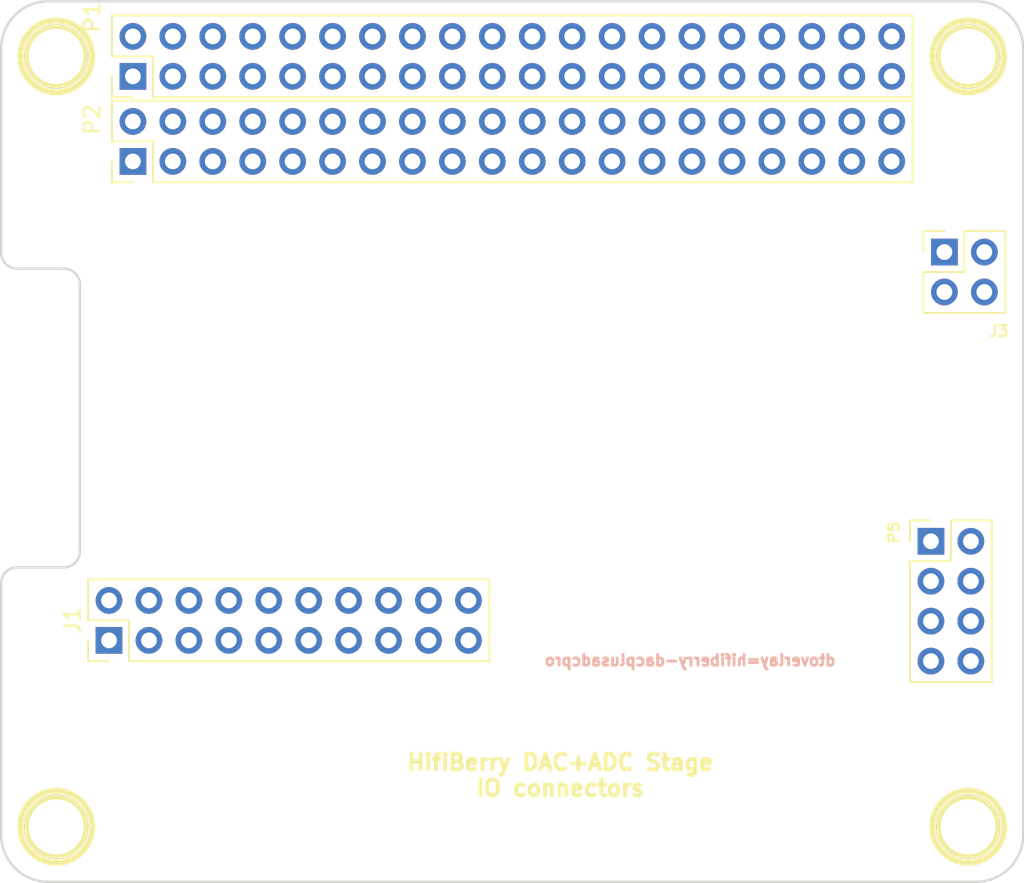
<source format=kicad_pcb>
(kicad_pcb (version 20171130) (host pcbnew "(5.1.5)-3")

  (general
    (thickness 1.6)
    (drawings 26)
    (tracks 0)
    (zones 0)
    (modules 9)
    (nets 32)
  )

  (page A4)
  (layers
    (0 F.Cu signal)
    (31 B.Cu signal)
    (32 B.Adhes user hide)
    (33 F.Adhes user hide)
    (34 B.Paste user hide)
    (35 F.Paste user hide)
    (36 B.SilkS user hide)
    (37 F.SilkS user)
    (38 B.Mask user hide)
    (39 F.Mask user hide)
    (40 Dwgs.User user hide)
    (41 Cmts.User user hide)
    (42 Eco1.User user hide)
    (43 Eco2.User user hide)
    (44 Edge.Cuts user)
    (45 Margin user hide)
    (46 B.CrtYd user)
    (47 F.CrtYd user)
    (48 B.Fab user hide)
    (49 F.Fab user hide)
  )

  (setup
    (last_trace_width 0.1524)
    (user_trace_width 0.1524)
    (user_trace_width 0.25)
    (user_trace_width 0.3048)
    (user_trace_width 0.508)
    (user_trace_width 0.762)
    (trace_clearance 0.1524)
    (zone_clearance 0.3)
    (zone_45_only yes)
    (trace_min 0.1524)
    (via_size 0.889)
    (via_drill 0.635)
    (via_min_size 0.5)
    (via_min_drill 0.3)
    (user_via 0.5 0.3)
    (user_via 0.8 0.5)
    (uvia_size 0.508)
    (uvia_drill 0.127)
    (uvias_allowed no)
    (uvia_min_size 0.508)
    (uvia_min_drill 0.127)
    (edge_width 0.15)
    (segment_width 0.4)
    (pcb_text_width 0.25)
    (pcb_text_size 1 1)
    (mod_edge_width 0.15)
    (mod_text_size 1 1)
    (mod_text_width 0.15)
    (pad_size 1.22 0.65)
    (pad_drill 0)
    (pad_to_mask_clearance 0)
    (solder_mask_min_width 0.25)
    (aux_axis_origin 0 0)
    (visible_elements 7FFFFFFF)
    (pcbplotparams
      (layerselection 0x010fc_ffffffff)
      (usegerberextensions true)
      (usegerberattributes false)
      (usegerberadvancedattributes false)
      (creategerberjobfile false)
      (excludeedgelayer true)
      (linewidth 0.150000)
      (plotframeref false)
      (viasonmask false)
      (mode 1)
      (useauxorigin false)
      (hpglpennumber 1)
      (hpglpenspeed 20)
      (hpglpendiameter 15.000000)
      (psnegative false)
      (psa4output false)
      (plotreference true)
      (plotvalue true)
      (plotinvisibletext false)
      (padsonsilk false)
      (subtractmaskfromsilk false)
      (outputformat 1)
      (mirror false)
      (drillshape 0)
      (scaleselection 1)
      (outputdirectory "gerber-1.0"))
  )

  (net 0 "")
  (net 1 +5V)
  (net 2 GND)
  (net 3 /SDA)
  (net 4 /SCL)
  (net 5 VCOM)
  (net 6 /GPIO15)
  (net 7 /GPIO14)
  (net 8 /GPIO21/PCM_DOUT)
  (net 9 /GPIO20/PCM_DIN)
  (net 10 /GPIO26)
  (net 11 /GPIO16)
  (net 12 /GPIO19/PCM_FS)
  (net 13 /GPIO13)
  (net 14 /GPIO12)
  (net 15 /GPIO6)
  (net 16 /GPIO5)
  (net 17 /ID_SC)
  (net 18 /ID_SD)
  (net 19 /GPIO07/SPI0_CE1_N)
  (net 20 /GPIO08/SPI0_CE0_N)
  (net 21 /GPIO11/SPI0_SCLK)
  (net 22 /GPIO25/SD1_DAT1/ARM_TCK)
  (net 23 /GPIO09/SPI0_MISO)
  (net 24 /GPIO10/SPI0_MOSI)
  (net 25 /GPIO24/SD1_DAT0/ARM_TDO)
  (net 26 /GPIO23/SD1_CMD/ARM_RTCK)
  (net 27 /GPIO22/SD1_CLK/ARM_TRST)
  (net 28 /GPIO27/SD1_DAT3/ARM_TMS)
  (net 29 /GPIO18/PCM_CLK/SPI1_CE0_N/PWM0)
  (net 30 /GPIO17/SPI1_CE1_N)
  (net 31 /GPIO04/GPCLK0/ARM_TDI)

  (net_class Default "This is the default net class."
    (clearance 0.1524)
    (trace_width 0.1524)
    (via_dia 0.889)
    (via_drill 0.635)
    (uvia_dia 0.508)
    (uvia_drill 0.127)
    (add_net +5V)
    (add_net /GPIO04/GPCLK0/ARM_TDI)
    (add_net /GPIO07/SPI0_CE1_N)
    (add_net /GPIO08/SPI0_CE0_N)
    (add_net /GPIO09/SPI0_MISO)
    (add_net /GPIO10/SPI0_MOSI)
    (add_net /GPIO11/SPI0_SCLK)
    (add_net /GPIO12)
    (add_net /GPIO13)
    (add_net /GPIO14)
    (add_net /GPIO15)
    (add_net /GPIO16)
    (add_net /GPIO17/SPI1_CE1_N)
    (add_net /GPIO18/PCM_CLK/SPI1_CE0_N/PWM0)
    (add_net /GPIO19/PCM_FS)
    (add_net /GPIO20/PCM_DIN)
    (add_net /GPIO21/PCM_DOUT)
    (add_net /GPIO22/SD1_CLK/ARM_TRST)
    (add_net /GPIO23/SD1_CMD/ARM_RTCK)
    (add_net /GPIO24/SD1_DAT0/ARM_TDO)
    (add_net /GPIO25/SD1_DAT1/ARM_TCK)
    (add_net /GPIO26)
    (add_net /GPIO27/SD1_DAT3/ARM_TMS)
    (add_net /GPIO5)
    (add_net /GPIO6)
    (add_net /ID_SC)
    (add_net /ID_SD)
    (add_net /SCL)
    (add_net /SDA)
    (add_net GND)
    (add_net VCOM)
  )

  (module Connector_PinHeader_2.54mm:PinHeader_2x10_P2.54mm_Vertical (layer F.Cu) (tedit 59FED5CC) (tstamp 5EA62A9D)
    (at 33.528 57.15 90)
    (descr "Through hole straight pin header, 2x10, 2.54mm pitch, double rows")
    (tags "Through hole pin header THT 2x10 2.54mm double row")
    (path /5EAF5189)
    (fp_text reference J1 (at 1.27 -2.33 90) (layer F.SilkS)
      (effects (font (size 1 1) (thickness 0.15)))
    )
    (fp_text value IO (at 1.27 25.19 90) (layer F.Fab)
      (effects (font (size 1 1) (thickness 0.15)))
    )
    (fp_text user %R (at 1.27 11.43) (layer F.Fab)
      (effects (font (size 1 1) (thickness 0.15)))
    )
    (fp_line (start 4.35 -1.8) (end -1.8 -1.8) (layer F.CrtYd) (width 0.05))
    (fp_line (start 4.35 24.65) (end 4.35 -1.8) (layer F.CrtYd) (width 0.05))
    (fp_line (start -1.8 24.65) (end 4.35 24.65) (layer F.CrtYd) (width 0.05))
    (fp_line (start -1.8 -1.8) (end -1.8 24.65) (layer F.CrtYd) (width 0.05))
    (fp_line (start -1.33 -1.33) (end 0 -1.33) (layer F.SilkS) (width 0.12))
    (fp_line (start -1.33 0) (end -1.33 -1.33) (layer F.SilkS) (width 0.12))
    (fp_line (start 1.27 -1.33) (end 3.87 -1.33) (layer F.SilkS) (width 0.12))
    (fp_line (start 1.27 1.27) (end 1.27 -1.33) (layer F.SilkS) (width 0.12))
    (fp_line (start -1.33 1.27) (end 1.27 1.27) (layer F.SilkS) (width 0.12))
    (fp_line (start 3.87 -1.33) (end 3.87 24.19) (layer F.SilkS) (width 0.12))
    (fp_line (start -1.33 1.27) (end -1.33 24.19) (layer F.SilkS) (width 0.12))
    (fp_line (start -1.33 24.19) (end 3.87 24.19) (layer F.SilkS) (width 0.12))
    (fp_line (start -1.27 0) (end 0 -1.27) (layer F.Fab) (width 0.1))
    (fp_line (start -1.27 24.13) (end -1.27 0) (layer F.Fab) (width 0.1))
    (fp_line (start 3.81 24.13) (end -1.27 24.13) (layer F.Fab) (width 0.1))
    (fp_line (start 3.81 -1.27) (end 3.81 24.13) (layer F.Fab) (width 0.1))
    (fp_line (start 0 -1.27) (end 3.81 -1.27) (layer F.Fab) (width 0.1))
    (pad 20 thru_hole oval (at 2.54 22.86 90) (size 1.7 1.7) (drill 1) (layers *.Cu *.Mask))
    (pad 19 thru_hole oval (at 0 22.86 90) (size 1.7 1.7) (drill 1) (layers *.Cu *.Mask))
    (pad 18 thru_hole oval (at 2.54 20.32 90) (size 1.7 1.7) (drill 1) (layers *.Cu *.Mask))
    (pad 17 thru_hole oval (at 0 20.32 90) (size 1.7 1.7) (drill 1) (layers *.Cu *.Mask))
    (pad 16 thru_hole oval (at 2.54 17.78 90) (size 1.7 1.7) (drill 1) (layers *.Cu *.Mask))
    (pad 15 thru_hole oval (at 0 17.78 90) (size 1.7 1.7) (drill 1) (layers *.Cu *.Mask))
    (pad 14 thru_hole oval (at 2.54 15.24 90) (size 1.7 1.7) (drill 1) (layers *.Cu *.Mask)
      (net 2 GND))
    (pad 13 thru_hole oval (at 0 15.24 90) (size 1.7 1.7) (drill 1) (layers *.Cu *.Mask)
      (net 2 GND))
    (pad 12 thru_hole oval (at 2.54 12.7 90) (size 1.7 1.7) (drill 1) (layers *.Cu *.Mask))
    (pad 11 thru_hole oval (at 0 12.7 90) (size 1.7 1.7) (drill 1) (layers *.Cu *.Mask))
    (pad 10 thru_hole oval (at 2.54 10.16 90) (size 1.7 1.7) (drill 1) (layers *.Cu *.Mask))
    (pad 9 thru_hole oval (at 0 10.16 90) (size 1.7 1.7) (drill 1) (layers *.Cu *.Mask))
    (pad 8 thru_hole oval (at 2.54 7.62 90) (size 1.7 1.7) (drill 1) (layers *.Cu *.Mask)
      (net 2 GND))
    (pad 7 thru_hole oval (at 0 7.62 90) (size 1.7 1.7) (drill 1) (layers *.Cu *.Mask)
      (net 2 GND))
    (pad 6 thru_hole oval (at 2.54 5.08 90) (size 1.7 1.7) (drill 1) (layers *.Cu *.Mask)
      (net 6 /GPIO15))
    (pad 5 thru_hole oval (at 0 5.08 90) (size 1.7 1.7) (drill 1) (layers *.Cu *.Mask)
      (net 7 /GPIO14))
    (pad 4 thru_hole oval (at 2.54 2.54 90) (size 1.7 1.7) (drill 1) (layers *.Cu *.Mask)
      (net 4 /SCL))
    (pad 3 thru_hole oval (at 0 2.54 90) (size 1.7 1.7) (drill 1) (layers *.Cu *.Mask)
      (net 3 /SDA))
    (pad 2 thru_hole oval (at 2.54 0 90) (size 1.7 1.7) (drill 1) (layers *.Cu *.Mask)
      (net 1 +5V))
    (pad 1 thru_hole rect (at 0 0 90) (size 1.7 1.7) (drill 1) (layers *.Cu *.Mask)
      (net 1 +5V))
    (model ${KISYS3DMOD}/Connector_PinHeader_2.54mm.3dshapes/PinHeader_2x10_P2.54mm_Vertical.wrl
      (at (xyz 0 0 0))
      (scale (xyz 1 1 1))
      (rotate (xyz 0 0 0))
    )
  )

  (module Connector_PinHeader_2.54mm:PinHeader_2x20_P2.54mm_Vertical (layer F.Cu) (tedit 59FED5CC) (tstamp 5B3DF567)
    (at 35.04692 21.28012 90)
    (descr "Through hole straight pin header, 2x20, 2.54mm pitch, double rows")
    (tags "Through hole pin header THT 2x20 2.54mm double row")
    (path /5EB4D2BF)
    (fp_text reference P1 (at 3.75412 -2.58572 90) (layer F.SilkS)
      (effects (font (size 1 1) (thickness 0.15)))
    )
    (fp_text value CONN_20X2 (at 1.27 50.59 90) (layer F.Fab)
      (effects (font (size 1 1) (thickness 0.15)))
    )
    (fp_text user %R (at 1.27 24.13) (layer F.Fab)
      (effects (font (size 1 1) (thickness 0.15)))
    )
    (fp_line (start 4.35 -1.8) (end -1.8 -1.8) (layer F.CrtYd) (width 0.05))
    (fp_line (start 4.35 50.05) (end 4.35 -1.8) (layer F.CrtYd) (width 0.05))
    (fp_line (start -1.8 50.05) (end 4.35 50.05) (layer F.CrtYd) (width 0.05))
    (fp_line (start -1.8 -1.8) (end -1.8 50.05) (layer F.CrtYd) (width 0.05))
    (fp_line (start -1.33 -1.33) (end 0 -1.33) (layer F.SilkS) (width 0.12))
    (fp_line (start -1.33 0) (end -1.33 -1.33) (layer F.SilkS) (width 0.12))
    (fp_line (start 1.27 -1.33) (end 3.87 -1.33) (layer F.SilkS) (width 0.12))
    (fp_line (start 1.27 1.27) (end 1.27 -1.33) (layer F.SilkS) (width 0.12))
    (fp_line (start -1.33 1.27) (end 1.27 1.27) (layer F.SilkS) (width 0.12))
    (fp_line (start 3.87 -1.33) (end 3.87 49.59) (layer F.SilkS) (width 0.12))
    (fp_line (start -1.33 1.27) (end -1.33 49.59) (layer F.SilkS) (width 0.12))
    (fp_line (start -1.33 49.59) (end 3.87 49.59) (layer F.SilkS) (width 0.12))
    (fp_line (start -1.27 0) (end 0 -1.27) (layer F.Fab) (width 0.1))
    (fp_line (start -1.27 49.53) (end -1.27 0) (layer F.Fab) (width 0.1))
    (fp_line (start 3.81 49.53) (end -1.27 49.53) (layer F.Fab) (width 0.1))
    (fp_line (start 3.81 -1.27) (end 3.81 49.53) (layer F.Fab) (width 0.1))
    (fp_line (start 0 -1.27) (end 3.81 -1.27) (layer F.Fab) (width 0.1))
    (pad 40 thru_hole oval (at 2.54 48.26 90) (size 1.7 1.7) (drill 1) (layers *.Cu *.Mask)
      (net 8 /GPIO21/PCM_DOUT))
    (pad 39 thru_hole oval (at 0 48.26 90) (size 1.7 1.7) (drill 1) (layers *.Cu *.Mask)
      (net 2 GND))
    (pad 38 thru_hole oval (at 2.54 45.72 90) (size 1.7 1.7) (drill 1) (layers *.Cu *.Mask)
      (net 9 /GPIO20/PCM_DIN))
    (pad 37 thru_hole oval (at 0 45.72 90) (size 1.7 1.7) (drill 1) (layers *.Cu *.Mask)
      (net 10 /GPIO26))
    (pad 36 thru_hole oval (at 2.54 43.18 90) (size 1.7 1.7) (drill 1) (layers *.Cu *.Mask)
      (net 11 /GPIO16))
    (pad 35 thru_hole oval (at 0 43.18 90) (size 1.7 1.7) (drill 1) (layers *.Cu *.Mask)
      (net 12 /GPIO19/PCM_FS))
    (pad 34 thru_hole oval (at 2.54 40.64 90) (size 1.7 1.7) (drill 1) (layers *.Cu *.Mask)
      (net 2 GND))
    (pad 33 thru_hole oval (at 0 40.64 90) (size 1.7 1.7) (drill 1) (layers *.Cu *.Mask)
      (net 13 /GPIO13))
    (pad 32 thru_hole oval (at 2.54 38.1 90) (size 1.7 1.7) (drill 1) (layers *.Cu *.Mask)
      (net 14 /GPIO12))
    (pad 31 thru_hole oval (at 0 38.1 90) (size 1.7 1.7) (drill 1) (layers *.Cu *.Mask)
      (net 15 /GPIO6))
    (pad 30 thru_hole oval (at 2.54 35.56 90) (size 1.7 1.7) (drill 1) (layers *.Cu *.Mask)
      (net 2 GND))
    (pad 29 thru_hole oval (at 0 35.56 90) (size 1.7 1.7) (drill 1) (layers *.Cu *.Mask)
      (net 16 /GPIO5))
    (pad 28 thru_hole oval (at 2.54 33.02 90) (size 1.7 1.7) (drill 1) (layers *.Cu *.Mask)
      (net 17 /ID_SC))
    (pad 27 thru_hole oval (at 0 33.02 90) (size 1.7 1.7) (drill 1) (layers *.Cu *.Mask)
      (net 18 /ID_SD))
    (pad 26 thru_hole oval (at 2.54 30.48 90) (size 1.7 1.7) (drill 1) (layers *.Cu *.Mask)
      (net 19 /GPIO07/SPI0_CE1_N))
    (pad 25 thru_hole oval (at 0 30.48 90) (size 1.7 1.7) (drill 1) (layers *.Cu *.Mask)
      (net 2 GND))
    (pad 24 thru_hole oval (at 2.54 27.94 90) (size 1.7 1.7) (drill 1) (layers *.Cu *.Mask)
      (net 20 /GPIO08/SPI0_CE0_N))
    (pad 23 thru_hole oval (at 0 27.94 90) (size 1.7 1.7) (drill 1) (layers *.Cu *.Mask)
      (net 21 /GPIO11/SPI0_SCLK))
    (pad 22 thru_hole oval (at 2.54 25.4 90) (size 1.7 1.7) (drill 1) (layers *.Cu *.Mask)
      (net 22 /GPIO25/SD1_DAT1/ARM_TCK))
    (pad 21 thru_hole oval (at 0 25.4 90) (size 1.7 1.7) (drill 1) (layers *.Cu *.Mask)
      (net 23 /GPIO09/SPI0_MISO))
    (pad 20 thru_hole oval (at 2.54 22.86 90) (size 1.7 1.7) (drill 1) (layers *.Cu *.Mask)
      (net 2 GND))
    (pad 19 thru_hole oval (at 0 22.86 90) (size 1.7 1.7) (drill 1) (layers *.Cu *.Mask)
      (net 24 /GPIO10/SPI0_MOSI))
    (pad 18 thru_hole oval (at 2.54 20.32 90) (size 1.7 1.7) (drill 1) (layers *.Cu *.Mask)
      (net 25 /GPIO24/SD1_DAT0/ARM_TDO))
    (pad 17 thru_hole oval (at 0 20.32 90) (size 1.7 1.7) (drill 1) (layers *.Cu *.Mask)
      (net 5 VCOM))
    (pad 16 thru_hole oval (at 2.54 17.78 90) (size 1.7 1.7) (drill 1) (layers *.Cu *.Mask)
      (net 26 /GPIO23/SD1_CMD/ARM_RTCK))
    (pad 15 thru_hole oval (at 0 17.78 90) (size 1.7 1.7) (drill 1) (layers *.Cu *.Mask)
      (net 27 /GPIO22/SD1_CLK/ARM_TRST))
    (pad 14 thru_hole oval (at 2.54 15.24 90) (size 1.7 1.7) (drill 1) (layers *.Cu *.Mask)
      (net 2 GND))
    (pad 13 thru_hole oval (at 0 15.24 90) (size 1.7 1.7) (drill 1) (layers *.Cu *.Mask)
      (net 28 /GPIO27/SD1_DAT3/ARM_TMS))
    (pad 12 thru_hole oval (at 2.54 12.7 90) (size 1.7 1.7) (drill 1) (layers *.Cu *.Mask)
      (net 29 /GPIO18/PCM_CLK/SPI1_CE0_N/PWM0))
    (pad 11 thru_hole oval (at 0 12.7 90) (size 1.7 1.7) (drill 1) (layers *.Cu *.Mask)
      (net 30 /GPIO17/SPI1_CE1_N))
    (pad 10 thru_hole oval (at 2.54 10.16 90) (size 1.7 1.7) (drill 1) (layers *.Cu *.Mask)
      (net 6 /GPIO15))
    (pad 9 thru_hole oval (at 0 10.16 90) (size 1.7 1.7) (drill 1) (layers *.Cu *.Mask)
      (net 2 GND))
    (pad 8 thru_hole oval (at 2.54 7.62 90) (size 1.7 1.7) (drill 1) (layers *.Cu *.Mask)
      (net 7 /GPIO14))
    (pad 7 thru_hole oval (at 0 7.62 90) (size 1.7 1.7) (drill 1) (layers *.Cu *.Mask)
      (net 31 /GPIO04/GPCLK0/ARM_TDI))
    (pad 6 thru_hole oval (at 2.54 5.08 90) (size 1.7 1.7) (drill 1) (layers *.Cu *.Mask)
      (net 2 GND))
    (pad 5 thru_hole oval (at 0 5.08 90) (size 1.7 1.7) (drill 1) (layers *.Cu *.Mask)
      (net 4 /SCL))
    (pad 4 thru_hole oval (at 2.54 2.54 90) (size 1.7 1.7) (drill 1) (layers *.Cu *.Mask)
      (net 1 +5V))
    (pad 3 thru_hole oval (at 0 2.54 90) (size 1.7 1.7) (drill 1) (layers *.Cu *.Mask)
      (net 3 /SDA))
    (pad 2 thru_hole oval (at 2.54 0 90) (size 1.7 1.7) (drill 1) (layers *.Cu *.Mask)
      (net 1 +5V))
    (pad 1 thru_hole rect (at 0 0 90) (size 1.7 1.7) (drill 1) (layers *.Cu *.Mask)
      (net 5 VCOM))
    (model ${KISYS3DMOD}/Connector_PinSocket_2.54mm.3dshapes/PinSocket_2x20_P2.54mm_Vertical.step
      (offset (xyz 0 0 -1.6))
      (scale (xyz 1 1 1))
      (rotate (xyz 0 180 0))
    )
  )

  (module Connector_PinHeader_2.54mm:PinHeader_2x20_P2.54mm_Vertical (layer F.Cu) (tedit 59FED5CC) (tstamp 5B3DF592)
    (at 35.04692 26.69032 90)
    (descr "Through hole straight pin header, 2x20, 2.54mm pitch, double rows")
    (tags "Through hole pin header THT 2x20 2.54mm double row")
    (path /5EB4D2F6)
    (fp_text reference P2 (at 2.66192 -2.58572 90) (layer F.SilkS)
      (effects (font (size 1 1) (thickness 0.15)))
    )
    (fp_text value CONN_20X2 (at 1.27 50.59 90) (layer F.Fab)
      (effects (font (size 1 1) (thickness 0.15)))
    )
    (fp_text user %R (at 1.27 24.13) (layer F.Fab)
      (effects (font (size 1 1) (thickness 0.15)))
    )
    (fp_line (start 4.35 -1.8) (end -1.8 -1.8) (layer F.CrtYd) (width 0.05))
    (fp_line (start 4.35 50.05) (end 4.35 -1.8) (layer F.CrtYd) (width 0.05))
    (fp_line (start -1.8 50.05) (end 4.35 50.05) (layer F.CrtYd) (width 0.05))
    (fp_line (start -1.8 -1.8) (end -1.8 50.05) (layer F.CrtYd) (width 0.05))
    (fp_line (start -1.33 -1.33) (end 0 -1.33) (layer F.SilkS) (width 0.12))
    (fp_line (start -1.33 0) (end -1.33 -1.33) (layer F.SilkS) (width 0.12))
    (fp_line (start 1.27 -1.33) (end 3.87 -1.33) (layer F.SilkS) (width 0.12))
    (fp_line (start 1.27 1.27) (end 1.27 -1.33) (layer F.SilkS) (width 0.12))
    (fp_line (start -1.33 1.27) (end 1.27 1.27) (layer F.SilkS) (width 0.12))
    (fp_line (start 3.87 -1.33) (end 3.87 49.59) (layer F.SilkS) (width 0.12))
    (fp_line (start -1.33 1.27) (end -1.33 49.59) (layer F.SilkS) (width 0.12))
    (fp_line (start -1.33 49.59) (end 3.87 49.59) (layer F.SilkS) (width 0.12))
    (fp_line (start -1.27 0) (end 0 -1.27) (layer F.Fab) (width 0.1))
    (fp_line (start -1.27 49.53) (end -1.27 0) (layer F.Fab) (width 0.1))
    (fp_line (start 3.81 49.53) (end -1.27 49.53) (layer F.Fab) (width 0.1))
    (fp_line (start 3.81 -1.27) (end 3.81 49.53) (layer F.Fab) (width 0.1))
    (fp_line (start 0 -1.27) (end 3.81 -1.27) (layer F.Fab) (width 0.1))
    (pad 40 thru_hole oval (at 2.54 48.26 90) (size 1.7 1.7) (drill 1) (layers *.Cu *.Mask)
      (net 8 /GPIO21/PCM_DOUT))
    (pad 39 thru_hole oval (at 0 48.26 90) (size 1.7 1.7) (drill 1) (layers *.Cu *.Mask)
      (net 2 GND))
    (pad 38 thru_hole oval (at 2.54 45.72 90) (size 1.7 1.7) (drill 1) (layers *.Cu *.Mask)
      (net 9 /GPIO20/PCM_DIN))
    (pad 37 thru_hole oval (at 0 45.72 90) (size 1.7 1.7) (drill 1) (layers *.Cu *.Mask)
      (net 10 /GPIO26))
    (pad 36 thru_hole oval (at 2.54 43.18 90) (size 1.7 1.7) (drill 1) (layers *.Cu *.Mask)
      (net 11 /GPIO16))
    (pad 35 thru_hole oval (at 0 43.18 90) (size 1.7 1.7) (drill 1) (layers *.Cu *.Mask)
      (net 12 /GPIO19/PCM_FS))
    (pad 34 thru_hole oval (at 2.54 40.64 90) (size 1.7 1.7) (drill 1) (layers *.Cu *.Mask)
      (net 2 GND))
    (pad 33 thru_hole oval (at 0 40.64 90) (size 1.7 1.7) (drill 1) (layers *.Cu *.Mask)
      (net 13 /GPIO13))
    (pad 32 thru_hole oval (at 2.54 38.1 90) (size 1.7 1.7) (drill 1) (layers *.Cu *.Mask)
      (net 14 /GPIO12))
    (pad 31 thru_hole oval (at 0 38.1 90) (size 1.7 1.7) (drill 1) (layers *.Cu *.Mask)
      (net 15 /GPIO6))
    (pad 30 thru_hole oval (at 2.54 35.56 90) (size 1.7 1.7) (drill 1) (layers *.Cu *.Mask)
      (net 2 GND))
    (pad 29 thru_hole oval (at 0 35.56 90) (size 1.7 1.7) (drill 1) (layers *.Cu *.Mask)
      (net 16 /GPIO5))
    (pad 28 thru_hole oval (at 2.54 33.02 90) (size 1.7 1.7) (drill 1) (layers *.Cu *.Mask)
      (net 17 /ID_SC))
    (pad 27 thru_hole oval (at 0 33.02 90) (size 1.7 1.7) (drill 1) (layers *.Cu *.Mask)
      (net 18 /ID_SD))
    (pad 26 thru_hole oval (at 2.54 30.48 90) (size 1.7 1.7) (drill 1) (layers *.Cu *.Mask)
      (net 19 /GPIO07/SPI0_CE1_N))
    (pad 25 thru_hole oval (at 0 30.48 90) (size 1.7 1.7) (drill 1) (layers *.Cu *.Mask)
      (net 2 GND))
    (pad 24 thru_hole oval (at 2.54 27.94 90) (size 1.7 1.7) (drill 1) (layers *.Cu *.Mask)
      (net 20 /GPIO08/SPI0_CE0_N))
    (pad 23 thru_hole oval (at 0 27.94 90) (size 1.7 1.7) (drill 1) (layers *.Cu *.Mask)
      (net 21 /GPIO11/SPI0_SCLK))
    (pad 22 thru_hole oval (at 2.54 25.4 90) (size 1.7 1.7) (drill 1) (layers *.Cu *.Mask)
      (net 22 /GPIO25/SD1_DAT1/ARM_TCK))
    (pad 21 thru_hole oval (at 0 25.4 90) (size 1.7 1.7) (drill 1) (layers *.Cu *.Mask)
      (net 23 /GPIO09/SPI0_MISO))
    (pad 20 thru_hole oval (at 2.54 22.86 90) (size 1.7 1.7) (drill 1) (layers *.Cu *.Mask)
      (net 2 GND))
    (pad 19 thru_hole oval (at 0 22.86 90) (size 1.7 1.7) (drill 1) (layers *.Cu *.Mask)
      (net 24 /GPIO10/SPI0_MOSI))
    (pad 18 thru_hole oval (at 2.54 20.32 90) (size 1.7 1.7) (drill 1) (layers *.Cu *.Mask)
      (net 25 /GPIO24/SD1_DAT0/ARM_TDO))
    (pad 17 thru_hole oval (at 0 20.32 90) (size 1.7 1.7) (drill 1) (layers *.Cu *.Mask)
      (net 5 VCOM))
    (pad 16 thru_hole oval (at 2.54 17.78 90) (size 1.7 1.7) (drill 1) (layers *.Cu *.Mask)
      (net 26 /GPIO23/SD1_CMD/ARM_RTCK))
    (pad 15 thru_hole oval (at 0 17.78 90) (size 1.7 1.7) (drill 1) (layers *.Cu *.Mask)
      (net 27 /GPIO22/SD1_CLK/ARM_TRST))
    (pad 14 thru_hole oval (at 2.54 15.24 90) (size 1.7 1.7) (drill 1) (layers *.Cu *.Mask)
      (net 2 GND))
    (pad 13 thru_hole oval (at 0 15.24 90) (size 1.7 1.7) (drill 1) (layers *.Cu *.Mask)
      (net 28 /GPIO27/SD1_DAT3/ARM_TMS))
    (pad 12 thru_hole oval (at 2.54 12.7 90) (size 1.7 1.7) (drill 1) (layers *.Cu *.Mask)
      (net 29 /GPIO18/PCM_CLK/SPI1_CE0_N/PWM0))
    (pad 11 thru_hole oval (at 0 12.7 90) (size 1.7 1.7) (drill 1) (layers *.Cu *.Mask)
      (net 30 /GPIO17/SPI1_CE1_N))
    (pad 10 thru_hole oval (at 2.54 10.16 90) (size 1.7 1.7) (drill 1) (layers *.Cu *.Mask)
      (net 6 /GPIO15))
    (pad 9 thru_hole oval (at 0 10.16 90) (size 1.7 1.7) (drill 1) (layers *.Cu *.Mask)
      (net 2 GND))
    (pad 8 thru_hole oval (at 2.54 7.62 90) (size 1.7 1.7) (drill 1) (layers *.Cu *.Mask)
      (net 7 /GPIO14))
    (pad 7 thru_hole oval (at 0 7.62 90) (size 1.7 1.7) (drill 1) (layers *.Cu *.Mask)
      (net 31 /GPIO04/GPCLK0/ARM_TDI))
    (pad 6 thru_hole oval (at 2.54 5.08 90) (size 1.7 1.7) (drill 1) (layers *.Cu *.Mask)
      (net 2 GND))
    (pad 5 thru_hole oval (at 0 5.08 90) (size 1.7 1.7) (drill 1) (layers *.Cu *.Mask)
      (net 4 /SCL))
    (pad 4 thru_hole oval (at 2.54 2.54 90) (size 1.7 1.7) (drill 1) (layers *.Cu *.Mask)
      (net 1 +5V))
    (pad 3 thru_hole oval (at 0 2.54 90) (size 1.7 1.7) (drill 1) (layers *.Cu *.Mask)
      (net 3 /SDA))
    (pad 2 thru_hole oval (at 2.54 0 90) (size 1.7 1.7) (drill 1) (layers *.Cu *.Mask)
      (net 1 +5V))
    (pad 1 thru_hole rect (at 0 0 90) (size 1.7 1.7) (drill 1) (layers *.Cu *.Mask)
      (net 5 VCOM))
    (model ${KISYS3DMOD}/Connector_PinHeader_2.54mm.3dshapes/PinHeader_2x20_P2.54mm_Vertical.wrl
      (at (xyz 0 0 0))
      (scale (xyz 1 1 1))
      (rotate (xyz 0 0 0))
    )
  )

  (module Connector_PinHeader_2.54mm:PinHeader_2x02_P2.54mm_Vertical (layer F.Cu) (tedit 59FED5CC) (tstamp 5EA57897)
    (at 86.65892 32.45552)
    (descr "Through hole straight pin header, 2x02, 2.54mm pitch, double rows")
    (tags "Through hole pin header THT 2x02 2.54mm double row")
    (path /5EAF193D)
    (fp_text reference J3 (at 3.46028 5.03488) (layer F.SilkS)
      (effects (font (size 0.7 0.7) (thickness 0.15)))
    )
    (fp_text value DSP (at 1.27 4.87) (layer F.Fab)
      (effects (font (size 1 1) (thickness 0.15)))
    )
    (fp_text user %R (at 1.27 1.27 90) (layer F.Fab)
      (effects (font (size 1 1) (thickness 0.15)))
    )
    (fp_line (start 4.35 -1.8) (end -1.8 -1.8) (layer F.CrtYd) (width 0.05))
    (fp_line (start 4.35 4.35) (end 4.35 -1.8) (layer F.CrtYd) (width 0.05))
    (fp_line (start -1.8 4.35) (end 4.35 4.35) (layer F.CrtYd) (width 0.05))
    (fp_line (start -1.8 -1.8) (end -1.8 4.35) (layer F.CrtYd) (width 0.05))
    (fp_line (start -1.33 -1.33) (end 0 -1.33) (layer F.SilkS) (width 0.12))
    (fp_line (start -1.33 0) (end -1.33 -1.33) (layer F.SilkS) (width 0.12))
    (fp_line (start 1.27 -1.33) (end 3.87 -1.33) (layer F.SilkS) (width 0.12))
    (fp_line (start 1.27 1.27) (end 1.27 -1.33) (layer F.SilkS) (width 0.12))
    (fp_line (start -1.33 1.27) (end 1.27 1.27) (layer F.SilkS) (width 0.12))
    (fp_line (start 3.87 -1.33) (end 3.87 3.87) (layer F.SilkS) (width 0.12))
    (fp_line (start -1.33 1.27) (end -1.33 3.87) (layer F.SilkS) (width 0.12))
    (fp_line (start -1.33 3.87) (end 3.87 3.87) (layer F.SilkS) (width 0.12))
    (fp_line (start -1.27 0) (end 0 -1.27) (layer F.Fab) (width 0.1))
    (fp_line (start -1.27 3.81) (end -1.27 0) (layer F.Fab) (width 0.1))
    (fp_line (start 3.81 3.81) (end -1.27 3.81) (layer F.Fab) (width 0.1))
    (fp_line (start 3.81 -1.27) (end 3.81 3.81) (layer F.Fab) (width 0.1))
    (fp_line (start 0 -1.27) (end 3.81 -1.27) (layer F.Fab) (width 0.1))
    (pad 4 thru_hole oval (at 2.54 2.54) (size 1.7 1.7) (drill 1) (layers *.Cu *.Mask))
    (pad 3 thru_hole oval (at 0 2.54) (size 1.7 1.7) (drill 1) (layers *.Cu *.Mask))
    (pad 2 thru_hole oval (at 2.54 0) (size 1.7 1.7) (drill 1) (layers *.Cu *.Mask))
    (pad 1 thru_hole rect (at 0 0) (size 1.7 1.7) (drill 1) (layers *.Cu *.Mask))
    (model ${KISYS3DMOD}/Connector_PinHeader_2.54mm.3dshapes/PinHeader_2x02_P2.54mm_Vertical.wrl
      (at (xyz 0 0 0))
      (scale (xyz 1 1 1))
      (rotate (xyz 0 0 0))
    )
  )

  (module 1pin locked (layer F.Cu) (tedit 52375B70) (tstamp 5258E23F)
    (at 30.17 69.01)
    (descr "module 1 pin (ou trou mecanique de percage)")
    (tags DEV)
    (path 1pin)
    (fp_text reference 1PIN (at 0 -3.048) (layer F.SilkS) hide
      (effects (font (size 0.7 0.7) (thickness 0.15)))
    )
    (fp_text value P*** (at 0 2.794) (layer F.SilkS) hide
      (effects (font (size 0.7 0.7) (thickness 0.1)))
    )
    (fp_circle (center 0 0) (end 0 -2.286) (layer F.SilkS) (width 0.381))
    (pad 1 thru_hole circle (at 0 0) (size 4.064 4.064) (drill 3.5) (layers *.Cu *.Mask F.SilkS))
  )

  (module 1pin locked (layer F.Cu) (tedit 52375B70) (tstamp 5258E23F)
    (at 30.17 20.01)
    (descr "module 1 pin (ou trou mecanique de percage)")
    (tags DEV)
    (path 1pin)
    (fp_text reference 1PIN (at 0 -3.048) (layer F.SilkS) hide
      (effects (font (size 0.7 0.7) (thickness 0.15)))
    )
    (fp_text value P*** (at 0 2.794) (layer F.SilkS) hide
      (effects (font (size 0.7 0.7) (thickness 0.1)))
    )
    (fp_circle (center 0 0) (end 0 -2.286) (layer F.SilkS) (width 0.381))
    (pad 1 thru_hole circle (at 0 0) (size 4.064 4.064) (drill 3.5) (layers *.Cu *.Mask F.SilkS))
  )

  (module 1pin locked (layer F.Cu) (tedit 52375B70) (tstamp 5258E23F)
    (at 88.17 69.01)
    (descr "module 1 pin (ou trou mecanique de percage)")
    (tags DEV)
    (path 1pin)
    (fp_text reference 1PIN (at 0 -3.048) (layer F.SilkS) hide
      (effects (font (size 0.7 0.7) (thickness 0.15)))
    )
    (fp_text value P*** (at 0 2.794) (layer F.SilkS) hide
      (effects (font (size 0.7 0.7) (thickness 0.1)))
    )
    (fp_circle (center 0 0) (end 0 -2.286) (layer F.SilkS) (width 0.381))
    (pad 1 thru_hole circle (at 0 0) (size 4.064 4.064) (drill 3.5) (layers *.Cu *.Mask F.SilkS))
  )

  (module 1pin locked (layer F.Cu) (tedit 52375B70) (tstamp 5258E23F)
    (at 88.17 20.01)
    (descr "module 1 pin (ou trou mecanique de percage)")
    (tags DEV)
    (path 1pin)
    (fp_text reference 1PIN (at 0 -3.048) (layer F.SilkS) hide
      (effects (font (size 0.7 0.7) (thickness 0.15)))
    )
    (fp_text value P*** (at 0 2.794) (layer F.SilkS) hide
      (effects (font (size 0.7 0.7) (thickness 0.1)))
    )
    (fp_circle (center 0 0) (end 0 -2.286) (layer F.SilkS) (width 0.381))
    (pad 1 thru_hole circle (at 0 0) (size 4.064 4.064) (drill 3.5) (layers *.Cu *.Mask F.SilkS))
  )

  (module Connector_PinHeader_2.54mm:PinHeader_2x04_P2.54mm_Vertical (layer F.Cu) (tedit 59FED5CC) (tstamp 5EA31C36)
    (at 85.8012 50.8508)
    (descr "Through hole straight pin header, 2x04, 2.54mm pitch, double rows")
    (tags "Through hole pin header THT 2x04 2.54mm double row")
    (path /5EB767BE)
    (fp_text reference P5 (at -2.3622 -0.5588 90) (layer F.SilkS)
      (effects (font (size 0.7 0.7) (thickness 0.15)))
    )
    (fp_text value Conn_02x03_Odd_Even (at 1.27 9.95) (layer F.Fab)
      (effects (font (size 0.7 0.7) (thickness 0.15)))
    )
    (fp_line (start 0 -1.27) (end 3.81 -1.27) (layer F.Fab) (width 0.1))
    (fp_line (start 3.81 -1.27) (end 3.81 8.89) (layer F.Fab) (width 0.1))
    (fp_line (start 3.81 8.89) (end -1.27 8.89) (layer F.Fab) (width 0.1))
    (fp_line (start -1.27 8.89) (end -1.27 0) (layer F.Fab) (width 0.1))
    (fp_line (start -1.27 0) (end 0 -1.27) (layer F.Fab) (width 0.1))
    (fp_line (start -1.33 8.95) (end 3.87 8.95) (layer F.SilkS) (width 0.12))
    (fp_line (start -1.33 1.27) (end -1.33 8.95) (layer F.SilkS) (width 0.12))
    (fp_line (start 3.87 -1.33) (end 3.87 8.95) (layer F.SilkS) (width 0.12))
    (fp_line (start -1.33 1.27) (end 1.27 1.27) (layer F.SilkS) (width 0.12))
    (fp_line (start 1.27 1.27) (end 1.27 -1.33) (layer F.SilkS) (width 0.12))
    (fp_line (start 1.27 -1.33) (end 3.87 -1.33) (layer F.SilkS) (width 0.12))
    (fp_line (start -1.33 0) (end -1.33 -1.33) (layer F.SilkS) (width 0.12))
    (fp_line (start -1.33 -1.33) (end 0 -1.33) (layer F.SilkS) (width 0.12))
    (fp_line (start -1.8 -1.8) (end -1.8 9.4) (layer F.CrtYd) (width 0.05))
    (fp_line (start -1.8 9.4) (end 4.35 9.4) (layer F.CrtYd) (width 0.05))
    (fp_line (start 4.35 9.4) (end 4.35 -1.8) (layer F.CrtYd) (width 0.05))
    (fp_line (start 4.35 -1.8) (end -1.8 -1.8) (layer F.CrtYd) (width 0.05))
    (fp_text user %R (at 1.27 3.81 90) (layer F.Fab)
      (effects (font (size 0.7 0.7) (thickness 0.15)))
    )
    (pad 1 thru_hole rect (at 0 0) (size 1.7 1.7) (drill 1) (layers *.Cu *.Mask))
    (pad 2 thru_hole oval (at 2.54 0) (size 1.7 1.7) (drill 1) (layers *.Cu *.Mask))
    (pad 3 thru_hole oval (at 0 2.54) (size 1.7 1.7) (drill 1) (layers *.Cu *.Mask))
    (pad 4 thru_hole oval (at 2.54 2.54) (size 1.7 1.7) (drill 1) (layers *.Cu *.Mask))
    (pad 5 thru_hole oval (at 0 5.08) (size 1.7 1.7) (drill 1) (layers *.Cu *.Mask))
    (pad 6 thru_hole oval (at 2.54 5.08) (size 1.7 1.7) (drill 1) (layers *.Cu *.Mask))
    (pad 7 thru_hole oval (at 0 7.62) (size 1.7 1.7) (drill 1) (layers *.Cu *.Mask))
    (pad 8 thru_hole oval (at 2.54 7.62) (size 1.7 1.7) (drill 1) (layers *.Cu *.Mask))
    (model ${KISYS3DMOD}/Connector_PinHeader_2.54mm.3dshapes/PinHeader_2x04_P2.54mm_Vertical.wrl
      (at (xyz 0 0 0))
      (scale (xyz 1 1 1))
      (rotate (xyz 0 0 0))
    )
  )

  (gr_text "HifiBerry DAC+ADC Stage\nIO connectors\n\n" (at 62.23 66.548) (layer F.SilkS)
    (effects (font (size 1.016 1.016) (thickness 0.25)))
  )
  (gr_line (start 51.5874 40.64) (end 62.992 40.64) (angle 90) (layer Cmts.User) (width 0.2) (tstamp 5D017B3A))
  (gr_line (start 66.7766 46.6598) (end 69.4944 46.6598) (angle 90) (layer Cmts.User) (width 0.2))
  (gr_line (start 63.373 43.2562) (end 66.7766 46.6598) (angle 90) (layer Cmts.User) (width 0.2))
  (gr_arc (start 30.67 34.51) (end 30.67 33.51) (angle 90) (layer Edge.Cuts) (width 0.15))
  (gr_text digital (at 46.228 38.989) (layer Cmts.User) (tstamp 5D0177DD)
    (effects (font (size 0.6 0.6) (thickness 0.1)))
  )
  (gr_text analog (at 46.99 43.18) (layer Cmts.User) (tstamp 5D0177E0)
    (effects (font (size 0.6 0.6) (thickness 0.1)))
  )
  (gr_line (start 45.72 42.418) (end 41.275 42.418) (angle 90) (layer Cmts.User) (width 0.2) (tstamp 5D017B37))
  (gr_line (start 47.625 40.513) (end 45.72 42.418) (angle 90) (layer Cmts.User) (width 0.2) (tstamp 5D017B34))
  (gr_line (start 51.435 40.513) (end 47.625 40.513) (angle 90) (layer Cmts.User) (width 0.2) (tstamp 5D017B31))
  (gr_arc (start 27.67 53.51) (end 26.67 53.51) (angle 90) (layer Edge.Cuts) (width 0.15))
  (gr_arc (start 30.67 51.51) (end 31.67 51.51) (angle 90) (layer Edge.Cuts) (width 0.15))
  (gr_arc (start 27.67 32.51) (end 27.67 33.51) (angle 90) (layer Edge.Cuts) (width 0.15))
  (gr_line (start 30.67 52.51) (end 27.67 52.51) (angle 90) (layer Edge.Cuts) (width 0.15))
  (gr_line (start 31.67 34.51) (end 31.67 51.51) (angle 90) (layer Edge.Cuts) (width 0.15))
  (gr_line (start 27.67 33.51) (end 30.67 33.51) (angle 90) (layer Edge.Cuts) (width 0.15))
  (gr_text dtoverlay=hifiberry-dacplusadcpro (at 70.485 58.42) (layer B.SilkS)
    (effects (font (size 0.7 0.7) (thickness 0.25)) (justify mirror))
  )
  (gr_arc (start 29.67 69.51) (end 29.67 72.51) (angle 90) (layer Edge.Cuts) (width 0.15))
  (gr_arc (start 88.67 69.51) (end 91.67 69.51) (angle 90) (layer Edge.Cuts) (width 0.15))
  (gr_arc (start 88.67 19.51) (end 88.67 16.51) (angle 90) (layer Edge.Cuts) (width 0.15))
  (gr_arc (start 29.67 19.51) (end 26.67 19.51) (angle 90) (layer Edge.Cuts) (width 0.15))
  (gr_line (start 29.67 16.51) (end 88.67 16.51) (angle 90) (layer Edge.Cuts) (width 0.15))
  (gr_line (start 91.67 19.51) (end 91.67 69.51) (angle 90) (layer Edge.Cuts) (width 0.15))
  (gr_line (start 88.67 72.51) (end 29.67 72.51) (angle 90) (layer Edge.Cuts) (width 0.15))
  (gr_line (start 26.67 32.51) (end 26.67 19.51) (angle 90) (layer Edge.Cuts) (width 0.15))
  (gr_line (start 26.67 53.51) (end 26.67 69.51) (angle 90) (layer Edge.Cuts) (width 0.15))

)

</source>
